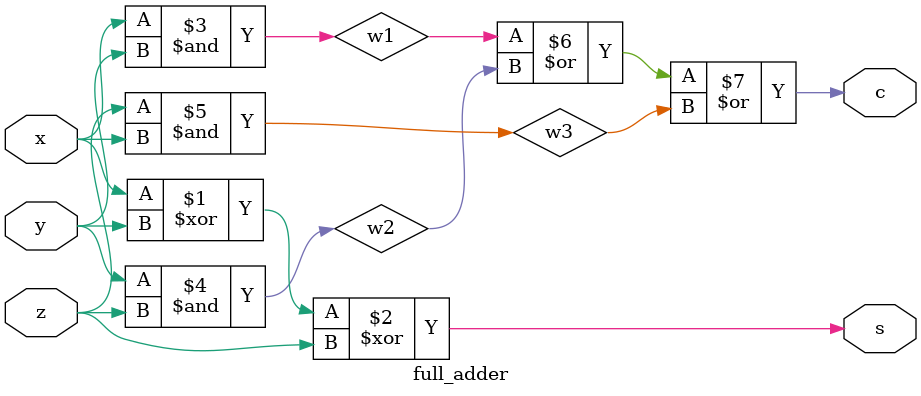
<source format=v>
module full_adder(s, c, x, y, z);

input x, y, z;
output s, c;


/* Gate Level Modelling */

wire w1, w2, w3;

xor x1(s, x, y, z);

and a1(w1, x, y);
and a2(w2, y, z);
and a3(w3, z, x);

or o1(c, w1, w2, w3);



/* Structural Model using half adders
wire s1, c1, c2;

half_adder ha1(s1, c1, x, y);
half_adder ha2(s, c2, s1, z);
or(c, c1, c2);
*/


/* Dataflow Model

assign s = x^y^z;
assign c = x&y + y&z + z&x;
*/


/* Behavioural Model (use reg in output) In case, use either {x, y, z} (preferable) or x|y|z

reg s, c;


always @(x or y or z) begin

case(x|y|z)

3'b000: begin
s = 0; c = 0;
end

3'b001: begin
s = 1; c = 0;
end

3'b010: begin
s = 1; c = 0;
end

3'b011: begin
s = 0; c = 1;
end

3'b100: begin
s = 1; c = 0;
end

3'b101: begin
s = 0; c = 1;
end

3'b110: begin
s = 0; c = 1;
end

3'b111: begin
s = 1; c = 1;
end

endcase

end
*/


/*
module testbench;

reg x, y, z;
wire s, c;

full_adder fa(s, c, x, y, z);

initial begin

x = 0; y = 0; z = 0;
#100 x = 0; y = 0; z = 1;
#100 x = 0; y = 1; z = 0;
#100 x = 0; y = 1; z = 1;
#100 x = 1; y = 0; z = 0;
#100 x = 1; y = 0; z = 1;
#100 x = 1; y = 1; z = 0;
#100 x = 1; y = 1; z = 1;

end
*/

endmodule
</source>
